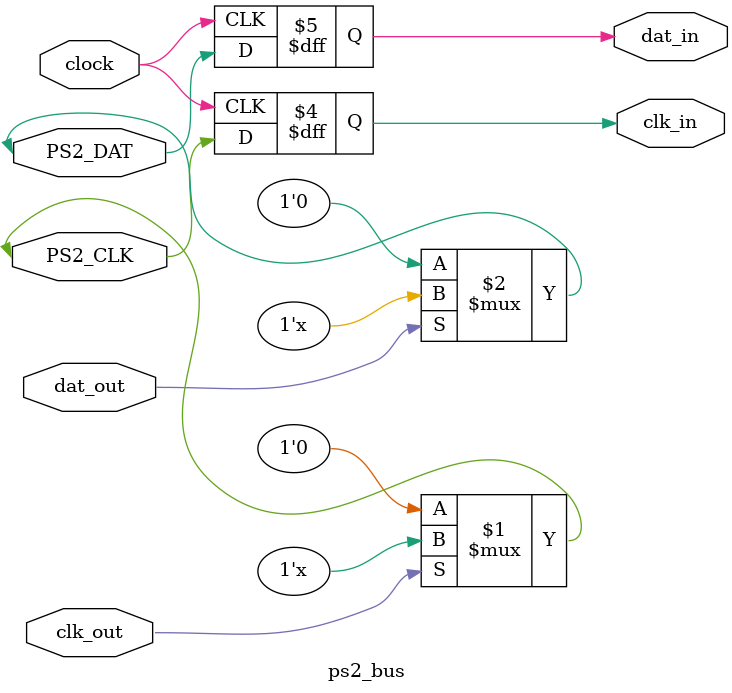
<source format=v>
module ps2_bus(
  inout tri PS2_CLK, PS2_DAT,
  input clock, clk_out, dat_out,
  output reg clk_in, dat_in
);

assign PS2_CLK = clk_out ? 1'bZ : 1'b0;
assign PS2_DAT = dat_out ? 1'bZ : 1'b0;

always @ (posedge clock)
  begin
	 clk_in <= PS2_CLK;
	 dat_in <= PS2_DAT;
  end

endmodule

</source>
